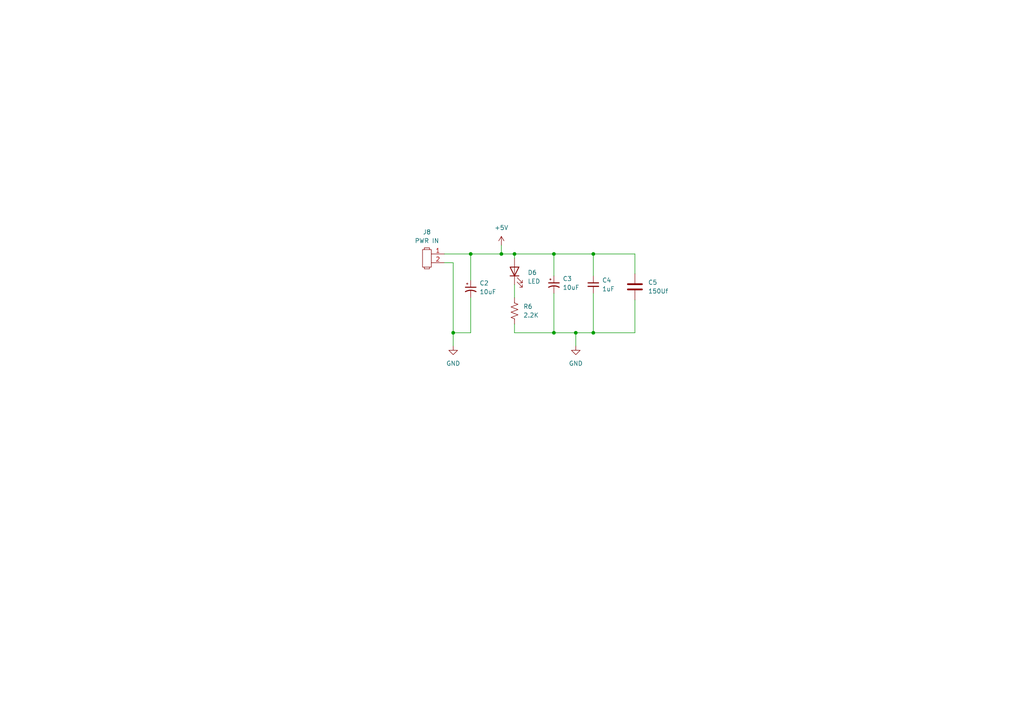
<source format=kicad_sch>
(kicad_sch (version 20211123) (generator eeschema)

  (uuid fc8f60f2-263c-4949-a618-cbd4b64c6aae)

  (paper "A4")

  (lib_symbols
    (symbol "Custom Symbols:2pinheader" (in_bom yes) (on_board yes)
      (property "Reference" "J" (id 0) (at -1.27 5.08 0)
        (effects (font (size 1.27 1.27)))
      )
      (property "Value" "2pinheader" (id 1) (at -1.27 3.81 0)
        (effects (font (size 1.27 1.27)))
      )
      (property "Footprint" "" (id 2) (at 1.27 7.62 0)
        (effects (font (size 1.27 1.27)) hide)
      )
      (property "Datasheet" "" (id 3) (at 1.27 7.62 0)
        (effects (font (size 1.27 1.27)) hide)
      )
      (symbol "2pinheader_0_1"
        (polyline
          (pts
            (xy -2.032 -2.54)
            (xy -2.032 -3.048)
            (xy -0.508 -3.048)
            (xy -0.508 -2.54)
          )
          (stroke (width 0) (type default) (color 0 0 0 0))
          (fill (type none))
        )
        (polyline
          (pts
            (xy -2.032 2.54)
            (xy -2.032 3.048)
            (xy -0.508 3.048)
            (xy -0.508 2.54)
            (xy -0.508 2.794)
          )
          (stroke (width 0) (type default) (color 0 0 0 0))
          (fill (type none))
        )
        (rectangle (start 0 2.54) (end -2.54 -2.54)
          (stroke (width 0) (type default) (color 0 0 0 0))
          (fill (type none))
        )
      )
      (symbol "2pinheader_1_1"
        (pin bidirectional line (at 3.81 1.27 180) (length 3.81)
          (name "" (effects (font (size 1.27 1.27))))
          (number "1" (effects (font (size 1.27 1.27))))
        )
        (pin bidirectional line (at 3.81 -1.27 180) (length 3.81)
          (name "" (effects (font (size 1.27 1.27))))
          (number "2" (effects (font (size 1.27 1.27))))
        )
      )
    )
    (symbol "Device:C" (pin_numbers hide) (pin_names (offset 0.254)) (in_bom yes) (on_board yes)
      (property "Reference" "C" (id 0) (at 0.635 2.54 0)
        (effects (font (size 1.27 1.27)) (justify left))
      )
      (property "Value" "C" (id 1) (at 0.635 -2.54 0)
        (effects (font (size 1.27 1.27)) (justify left))
      )
      (property "Footprint" "" (id 2) (at 0.9652 -3.81 0)
        (effects (font (size 1.27 1.27)) hide)
      )
      (property "Datasheet" "~" (id 3) (at 0 0 0)
        (effects (font (size 1.27 1.27)) hide)
      )
      (property "ki_keywords" "cap capacitor" (id 4) (at 0 0 0)
        (effects (font (size 1.27 1.27)) hide)
      )
      (property "ki_description" "Unpolarized capacitor" (id 5) (at 0 0 0)
        (effects (font (size 1.27 1.27)) hide)
      )
      (property "ki_fp_filters" "C_*" (id 6) (at 0 0 0)
        (effects (font (size 1.27 1.27)) hide)
      )
      (symbol "C_0_1"
        (polyline
          (pts
            (xy -2.032 -0.762)
            (xy 2.032 -0.762)
          )
          (stroke (width 0.508) (type default) (color 0 0 0 0))
          (fill (type none))
        )
        (polyline
          (pts
            (xy -2.032 0.762)
            (xy 2.032 0.762)
          )
          (stroke (width 0.508) (type default) (color 0 0 0 0))
          (fill (type none))
        )
      )
      (symbol "C_1_1"
        (pin passive line (at 0 3.81 270) (length 2.794)
          (name "~" (effects (font (size 1.27 1.27))))
          (number "1" (effects (font (size 1.27 1.27))))
        )
        (pin passive line (at 0 -3.81 90) (length 2.794)
          (name "~" (effects (font (size 1.27 1.27))))
          (number "2" (effects (font (size 1.27 1.27))))
        )
      )
    )
    (symbol "Device:C_Polarized_Small_US" (pin_numbers hide) (pin_names (offset 0.254) hide) (in_bom yes) (on_board yes)
      (property "Reference" "C" (id 0) (at 0.254 1.778 0)
        (effects (font (size 1.27 1.27)) (justify left))
      )
      (property "Value" "C_Polarized_Small_US" (id 1) (at 0.254 -2.032 0)
        (effects (font (size 1.27 1.27)) (justify left))
      )
      (property "Footprint" "" (id 2) (at 0 0 0)
        (effects (font (size 1.27 1.27)) hide)
      )
      (property "Datasheet" "~" (id 3) (at 0 0 0)
        (effects (font (size 1.27 1.27)) hide)
      )
      (property "ki_keywords" "cap capacitor" (id 4) (at 0 0 0)
        (effects (font (size 1.27 1.27)) hide)
      )
      (property "ki_description" "Polarized capacitor, small US symbol" (id 5) (at 0 0 0)
        (effects (font (size 1.27 1.27)) hide)
      )
      (property "ki_fp_filters" "CP_*" (id 6) (at 0 0 0)
        (effects (font (size 1.27 1.27)) hide)
      )
      (symbol "C_Polarized_Small_US_0_1"
        (polyline
          (pts
            (xy -1.524 0.508)
            (xy 1.524 0.508)
          )
          (stroke (width 0.3048) (type default) (color 0 0 0 0))
          (fill (type none))
        )
        (polyline
          (pts
            (xy -1.27 1.524)
            (xy -0.762 1.524)
          )
          (stroke (width 0) (type default) (color 0 0 0 0))
          (fill (type none))
        )
        (polyline
          (pts
            (xy -1.016 1.27)
            (xy -1.016 1.778)
          )
          (stroke (width 0) (type default) (color 0 0 0 0))
          (fill (type none))
        )
        (arc (start 1.524 -0.762) (mid 0 -0.3734) (end -1.524 -0.762)
          (stroke (width 0.3048) (type default) (color 0 0 0 0))
          (fill (type none))
        )
      )
      (symbol "C_Polarized_Small_US_1_1"
        (pin passive line (at 0 2.54 270) (length 2.032)
          (name "~" (effects (font (size 1.27 1.27))))
          (number "1" (effects (font (size 1.27 1.27))))
        )
        (pin passive line (at 0 -2.54 90) (length 2.032)
          (name "~" (effects (font (size 1.27 1.27))))
          (number "2" (effects (font (size 1.27 1.27))))
        )
      )
    )
    (symbol "Device:C_Small" (pin_numbers hide) (pin_names (offset 0.254) hide) (in_bom yes) (on_board yes)
      (property "Reference" "C" (id 0) (at 0.254 1.778 0)
        (effects (font (size 1.27 1.27)) (justify left))
      )
      (property "Value" "C_Small" (id 1) (at 0.254 -2.032 0)
        (effects (font (size 1.27 1.27)) (justify left))
      )
      (property "Footprint" "" (id 2) (at 0 0 0)
        (effects (font (size 1.27 1.27)) hide)
      )
      (property "Datasheet" "~" (id 3) (at 0 0 0)
        (effects (font (size 1.27 1.27)) hide)
      )
      (property "ki_keywords" "capacitor cap" (id 4) (at 0 0 0)
        (effects (font (size 1.27 1.27)) hide)
      )
      (property "ki_description" "Unpolarized capacitor, small symbol" (id 5) (at 0 0 0)
        (effects (font (size 1.27 1.27)) hide)
      )
      (property "ki_fp_filters" "C_*" (id 6) (at 0 0 0)
        (effects (font (size 1.27 1.27)) hide)
      )
      (symbol "C_Small_0_1"
        (polyline
          (pts
            (xy -1.524 -0.508)
            (xy 1.524 -0.508)
          )
          (stroke (width 0.3302) (type default) (color 0 0 0 0))
          (fill (type none))
        )
        (polyline
          (pts
            (xy -1.524 0.508)
            (xy 1.524 0.508)
          )
          (stroke (width 0.3048) (type default) (color 0 0 0 0))
          (fill (type none))
        )
      )
      (symbol "C_Small_1_1"
        (pin passive line (at 0 2.54 270) (length 2.032)
          (name "~" (effects (font (size 1.27 1.27))))
          (number "1" (effects (font (size 1.27 1.27))))
        )
        (pin passive line (at 0 -2.54 90) (length 2.032)
          (name "~" (effects (font (size 1.27 1.27))))
          (number "2" (effects (font (size 1.27 1.27))))
        )
      )
    )
    (symbol "Device:LED" (pin_numbers hide) (pin_names (offset 1.016) hide) (in_bom yes) (on_board yes)
      (property "Reference" "D" (id 0) (at 0 2.54 0)
        (effects (font (size 1.27 1.27)))
      )
      (property "Value" "LED" (id 1) (at 0 -2.54 0)
        (effects (font (size 1.27 1.27)))
      )
      (property "Footprint" "" (id 2) (at 0 0 0)
        (effects (font (size 1.27 1.27)) hide)
      )
      (property "Datasheet" "~" (id 3) (at 0 0 0)
        (effects (font (size 1.27 1.27)) hide)
      )
      (property "ki_keywords" "LED diode" (id 4) (at 0 0 0)
        (effects (font (size 1.27 1.27)) hide)
      )
      (property "ki_description" "Light emitting diode" (id 5) (at 0 0 0)
        (effects (font (size 1.27 1.27)) hide)
      )
      (property "ki_fp_filters" "LED* LED_SMD:* LED_THT:*" (id 6) (at 0 0 0)
        (effects (font (size 1.27 1.27)) hide)
      )
      (symbol "LED_0_1"
        (polyline
          (pts
            (xy -1.27 -1.27)
            (xy -1.27 1.27)
          )
          (stroke (width 0.254) (type default) (color 0 0 0 0))
          (fill (type none))
        )
        (polyline
          (pts
            (xy -1.27 0)
            (xy 1.27 0)
          )
          (stroke (width 0) (type default) (color 0 0 0 0))
          (fill (type none))
        )
        (polyline
          (pts
            (xy 1.27 -1.27)
            (xy 1.27 1.27)
            (xy -1.27 0)
            (xy 1.27 -1.27)
          )
          (stroke (width 0.254) (type default) (color 0 0 0 0))
          (fill (type none))
        )
        (polyline
          (pts
            (xy -3.048 -0.762)
            (xy -4.572 -2.286)
            (xy -3.81 -2.286)
            (xy -4.572 -2.286)
            (xy -4.572 -1.524)
          )
          (stroke (width 0) (type default) (color 0 0 0 0))
          (fill (type none))
        )
        (polyline
          (pts
            (xy -1.778 -0.762)
            (xy -3.302 -2.286)
            (xy -2.54 -2.286)
            (xy -3.302 -2.286)
            (xy -3.302 -1.524)
          )
          (stroke (width 0) (type default) (color 0 0 0 0))
          (fill (type none))
        )
      )
      (symbol "LED_1_1"
        (pin passive line (at -3.81 0 0) (length 2.54)
          (name "K" (effects (font (size 1.27 1.27))))
          (number "1" (effects (font (size 1.27 1.27))))
        )
        (pin passive line (at 3.81 0 180) (length 2.54)
          (name "A" (effects (font (size 1.27 1.27))))
          (number "2" (effects (font (size 1.27 1.27))))
        )
      )
    )
    (symbol "Device:R_US" (pin_numbers hide) (pin_names (offset 0)) (in_bom yes) (on_board yes)
      (property "Reference" "R" (id 0) (at 2.54 0 90)
        (effects (font (size 1.27 1.27)))
      )
      (property "Value" "R_US" (id 1) (at -2.54 0 90)
        (effects (font (size 1.27 1.27)))
      )
      (property "Footprint" "" (id 2) (at 1.016 -0.254 90)
        (effects (font (size 1.27 1.27)) hide)
      )
      (property "Datasheet" "~" (id 3) (at 0 0 0)
        (effects (font (size 1.27 1.27)) hide)
      )
      (property "ki_keywords" "R res resistor" (id 4) (at 0 0 0)
        (effects (font (size 1.27 1.27)) hide)
      )
      (property "ki_description" "Resistor, US symbol" (id 5) (at 0 0 0)
        (effects (font (size 1.27 1.27)) hide)
      )
      (property "ki_fp_filters" "R_*" (id 6) (at 0 0 0)
        (effects (font (size 1.27 1.27)) hide)
      )
      (symbol "R_US_0_1"
        (polyline
          (pts
            (xy 0 -2.286)
            (xy 0 -2.54)
          )
          (stroke (width 0) (type default) (color 0 0 0 0))
          (fill (type none))
        )
        (polyline
          (pts
            (xy 0 2.286)
            (xy 0 2.54)
          )
          (stroke (width 0) (type default) (color 0 0 0 0))
          (fill (type none))
        )
        (polyline
          (pts
            (xy 0 -0.762)
            (xy 1.016 -1.143)
            (xy 0 -1.524)
            (xy -1.016 -1.905)
            (xy 0 -2.286)
          )
          (stroke (width 0) (type default) (color 0 0 0 0))
          (fill (type none))
        )
        (polyline
          (pts
            (xy 0 0.762)
            (xy 1.016 0.381)
            (xy 0 0)
            (xy -1.016 -0.381)
            (xy 0 -0.762)
          )
          (stroke (width 0) (type default) (color 0 0 0 0))
          (fill (type none))
        )
        (polyline
          (pts
            (xy 0 2.286)
            (xy 1.016 1.905)
            (xy 0 1.524)
            (xy -1.016 1.143)
            (xy 0 0.762)
          )
          (stroke (width 0) (type default) (color 0 0 0 0))
          (fill (type none))
        )
      )
      (symbol "R_US_1_1"
        (pin passive line (at 0 3.81 270) (length 1.27)
          (name "~" (effects (font (size 1.27 1.27))))
          (number "1" (effects (font (size 1.27 1.27))))
        )
        (pin passive line (at 0 -3.81 90) (length 1.27)
          (name "~" (effects (font (size 1.27 1.27))))
          (number "2" (effects (font (size 1.27 1.27))))
        )
      )
    )
    (symbol "power:+5V" (power) (pin_names (offset 0)) (in_bom yes) (on_board yes)
      (property "Reference" "#PWR" (id 0) (at 0 -3.81 0)
        (effects (font (size 1.27 1.27)) hide)
      )
      (property "Value" "+5V" (id 1) (at 0 3.556 0)
        (effects (font (size 1.27 1.27)))
      )
      (property "Footprint" "" (id 2) (at 0 0 0)
        (effects (font (size 1.27 1.27)) hide)
      )
      (property "Datasheet" "" (id 3) (at 0 0 0)
        (effects (font (size 1.27 1.27)) hide)
      )
      (property "ki_keywords" "power-flag" (id 4) (at 0 0 0)
        (effects (font (size 1.27 1.27)) hide)
      )
      (property "ki_description" "Power symbol creates a global label with name \"+5V\"" (id 5) (at 0 0 0)
        (effects (font (size 1.27 1.27)) hide)
      )
      (symbol "+5V_0_1"
        (polyline
          (pts
            (xy -0.762 1.27)
            (xy 0 2.54)
          )
          (stroke (width 0) (type default) (color 0 0 0 0))
          (fill (type none))
        )
        (polyline
          (pts
            (xy 0 0)
            (xy 0 2.54)
          )
          (stroke (width 0) (type default) (color 0 0 0 0))
          (fill (type none))
        )
        (polyline
          (pts
            (xy 0 2.54)
            (xy 0.762 1.27)
          )
          (stroke (width 0) (type default) (color 0 0 0 0))
          (fill (type none))
        )
      )
      (symbol "+5V_1_1"
        (pin power_in line (at 0 0 90) (length 0) hide
          (name "+5V" (effects (font (size 1.27 1.27))))
          (number "1" (effects (font (size 1.27 1.27))))
        )
      )
    )
    (symbol "power:GND" (power) (pin_names (offset 0)) (in_bom yes) (on_board yes)
      (property "Reference" "#PWR" (id 0) (at 0 -6.35 0)
        (effects (font (size 1.27 1.27)) hide)
      )
      (property "Value" "GND" (id 1) (at 0 -3.81 0)
        (effects (font (size 1.27 1.27)))
      )
      (property "Footprint" "" (id 2) (at 0 0 0)
        (effects (font (size 1.27 1.27)) hide)
      )
      (property "Datasheet" "" (id 3) (at 0 0 0)
        (effects (font (size 1.27 1.27)) hide)
      )
      (property "ki_keywords" "power-flag" (id 4) (at 0 0 0)
        (effects (font (size 1.27 1.27)) hide)
      )
      (property "ki_description" "Power symbol creates a global label with name \"GND\" , ground" (id 5) (at 0 0 0)
        (effects (font (size 1.27 1.27)) hide)
      )
      (symbol "GND_0_1"
        (polyline
          (pts
            (xy 0 0)
            (xy 0 -1.27)
            (xy 1.27 -1.27)
            (xy 0 -2.54)
            (xy -1.27 -1.27)
            (xy 0 -1.27)
          )
          (stroke (width 0) (type default) (color 0 0 0 0))
          (fill (type none))
        )
      )
      (symbol "GND_1_1"
        (pin power_in line (at 0 0 270) (length 0) hide
          (name "GND" (effects (font (size 1.27 1.27))))
          (number "1" (effects (font (size 1.27 1.27))))
        )
      )
    )
  )

  (junction (at 160.655 73.66) (diameter 0) (color 0 0 0 0)
    (uuid 0cb8400f-91fc-4354-b1c5-5e1a92e7658e)
  )
  (junction (at 172.085 96.52) (diameter 0) (color 0 0 0 0)
    (uuid 119223b1-c0db-48db-be8a-1414548c93f6)
  )
  (junction (at 145.415 73.66) (diameter 0) (color 0 0 0 0)
    (uuid 2157b2d4-8706-4606-afd5-fff3fca37e65)
  )
  (junction (at 136.525 73.66) (diameter 0) (color 0 0 0 0)
    (uuid 3a2ab5c5-8e09-4721-ad19-0093a6b520a1)
  )
  (junction (at 160.655 96.52) (diameter 0) (color 0 0 0 0)
    (uuid 481ea9c9-ce3a-44a3-b0f5-20f1a87c1b95)
  )
  (junction (at 131.445 96.52) (diameter 0) (color 0 0 0 0)
    (uuid 95b36d2d-f72d-4441-9cbd-7ee80abb9173)
  )
  (junction (at 149.225 73.66) (diameter 0) (color 0 0 0 0)
    (uuid bf41b1d8-b463-4be8-84ee-36b71e28a696)
  )
  (junction (at 167.005 96.52) (diameter 0) (color 0 0 0 0)
    (uuid c0ba3a5e-0393-467c-85a0-83a3fac1f226)
  )
  (junction (at 172.085 73.66) (diameter 0) (color 0 0 0 0)
    (uuid dba63aa9-48ba-40a6-bc1d-6526f9527827)
  )

  (wire (pts (xy 184.15 86.995) (xy 184.15 96.52))
    (stroke (width 0) (type default) (color 0 0 0 0))
    (uuid 0169e3be-ab0c-49d2-b9ed-109a4a14c7af)
  )
  (wire (pts (xy 172.085 85.09) (xy 172.085 96.52))
    (stroke (width 0) (type default) (color 0 0 0 0))
    (uuid 0b633b30-89d7-4549-bba1-f799e9f1e13c)
  )
  (wire (pts (xy 149.225 73.66) (xy 160.655 73.66))
    (stroke (width 0) (type default) (color 0 0 0 0))
    (uuid 0c224219-9839-4a3e-8fab-d3a3868fb069)
  )
  (wire (pts (xy 184.15 79.375) (xy 184.15 73.66))
    (stroke (width 0) (type default) (color 0 0 0 0))
    (uuid 1abc1128-45d6-47d2-a6c4-4bed6e39f7b2)
  )
  (wire (pts (xy 167.005 96.52) (xy 160.655 96.52))
    (stroke (width 0) (type default) (color 0 0 0 0))
    (uuid 2932b2b7-a950-4bc2-9477-c86c05ef7f74)
  )
  (wire (pts (xy 160.655 96.52) (xy 149.225 96.52))
    (stroke (width 0) (type default) (color 0 0 0 0))
    (uuid 2c4856f2-54af-400a-b289-53adb9c1acd2)
  )
  (wire (pts (xy 131.445 96.52) (xy 131.445 100.33))
    (stroke (width 0) (type default) (color 0 0 0 0))
    (uuid 31b13c0c-2b79-41ca-a405-135ba168f9ea)
  )
  (wire (pts (xy 184.15 96.52) (xy 172.085 96.52))
    (stroke (width 0) (type default) (color 0 0 0 0))
    (uuid 3edfcafd-28ce-484c-86b6-1c9aa02a9586)
  )
  (wire (pts (xy 128.905 73.66) (xy 136.525 73.66))
    (stroke (width 0) (type default) (color 0 0 0 0))
    (uuid 4546ce90-9247-4148-98d7-9753ad71235d)
  )
  (wire (pts (xy 172.085 96.52) (xy 167.005 96.52))
    (stroke (width 0) (type default) (color 0 0 0 0))
    (uuid 47016d0a-2333-4244-93b9-b4cf19f81312)
  )
  (wire (pts (xy 136.525 86.36) (xy 136.525 96.52))
    (stroke (width 0) (type default) (color 0 0 0 0))
    (uuid 4733eb4a-4907-40b1-8f0f-63d68e0e29f6)
  )
  (wire (pts (xy 145.415 73.66) (xy 149.225 73.66))
    (stroke (width 0) (type default) (color 0 0 0 0))
    (uuid 49d59245-91b9-46cf-9fd4-aae99e031708)
  )
  (wire (pts (xy 149.225 82.55) (xy 149.225 86.36))
    (stroke (width 0) (type default) (color 0 0 0 0))
    (uuid 4feb111c-057f-4724-a01e-3ffa732d1e41)
  )
  (wire (pts (xy 184.15 73.66) (xy 172.085 73.66))
    (stroke (width 0) (type default) (color 0 0 0 0))
    (uuid 633a8278-3c17-426f-897a-ee15a16b5ac0)
  )
  (wire (pts (xy 145.415 71.12) (xy 145.415 73.66))
    (stroke (width 0) (type default) (color 0 0 0 0))
    (uuid 695aa197-9df9-429b-8351-0701de1a65fe)
  )
  (wire (pts (xy 149.225 73.66) (xy 149.225 74.93))
    (stroke (width 0) (type default) (color 0 0 0 0))
    (uuid 71dda624-e4e3-4cc6-a03b-b99a17be9a82)
  )
  (wire (pts (xy 172.085 73.66) (xy 172.085 80.01))
    (stroke (width 0) (type default) (color 0 0 0 0))
    (uuid 810efc19-d805-493e-aa34-9d202add4e9f)
  )
  (wire (pts (xy 131.445 96.52) (xy 131.445 76.2))
    (stroke (width 0) (type default) (color 0 0 0 0))
    (uuid 8aa5cd8d-c70f-458e-a2d1-f66900fec16f)
  )
  (wire (pts (xy 160.655 73.66) (xy 172.085 73.66))
    (stroke (width 0) (type default) (color 0 0 0 0))
    (uuid 93019553-24ba-4f87-afba-d81b55213900)
  )
  (wire (pts (xy 149.225 96.52) (xy 149.225 93.98))
    (stroke (width 0) (type default) (color 0 0 0 0))
    (uuid ac3a46e2-ec4f-49cf-b169-718854c42c74)
  )
  (wire (pts (xy 131.445 76.2) (xy 128.905 76.2))
    (stroke (width 0) (type default) (color 0 0 0 0))
    (uuid af9c9d6b-7b13-4c89-b5bc-5c8a367cbbe8)
  )
  (wire (pts (xy 136.525 96.52) (xy 131.445 96.52))
    (stroke (width 0) (type default) (color 0 0 0 0))
    (uuid ed353f39-7e96-40c9-a01e-0a8697a38c31)
  )
  (wire (pts (xy 160.655 85.09) (xy 160.655 96.52))
    (stroke (width 0) (type default) (color 0 0 0 0))
    (uuid ed741ce7-6bd2-4725-b754-7ab85d2aaafa)
  )
  (wire (pts (xy 160.655 73.66) (xy 160.655 80.01))
    (stroke (width 0) (type default) (color 0 0 0 0))
    (uuid f4db0119-e532-4dc2-8a95-cc752a8819ca)
  )
  (wire (pts (xy 167.005 96.52) (xy 167.005 100.33))
    (stroke (width 0) (type default) (color 0 0 0 0))
    (uuid fac95099-6dbc-4816-9920-1d025dadbd3f)
  )
  (wire (pts (xy 136.525 73.66) (xy 136.525 81.28))
    (stroke (width 0) (type default) (color 0 0 0 0))
    (uuid fdb558c1-628d-4aea-8bc5-17dae9b3881d)
  )
  (wire (pts (xy 136.525 73.66) (xy 145.415 73.66))
    (stroke (width 0) (type default) (color 0 0 0 0))
    (uuid ff1b2faf-1ea4-424b-90ee-50e87f8c81ff)
  )

  (symbol (lib_id "Device:C") (at 184.15 83.185 0) (unit 1)
    (in_bom yes) (on_board yes) (fields_autoplaced)
    (uuid 03d0099a-42b8-404a-813f-8b93b06d2a5c)
    (property "Reference" "C5" (id 0) (at 187.96 81.9149 0)
      (effects (font (size 1.27 1.27)) (justify left))
    )
    (property "Value" "150Uf" (id 1) (at 187.96 84.4549 0)
      (effects (font (size 1.27 1.27)) (justify left))
    )
    (property "Footprint" "" (id 2) (at 185.1152 86.995 0)
      (effects (font (size 1.27 1.27)) hide)
    )
    (property "Datasheet" "~" (id 3) (at 184.15 83.185 0)
      (effects (font (size 1.27 1.27)) hide)
    )
    (pin "1" (uuid 450dda55-62c2-48dd-b472-8e8c61e248ea))
    (pin "2" (uuid 8b20d3d0-44d8-4e66-85f9-6c172d5fee59))
  )

  (symbol (lib_id "power:GND") (at 131.445 100.33 0) (unit 1)
    (in_bom yes) (on_board yes) (fields_autoplaced)
    (uuid 36410eaa-43dc-49e0-a19c-1b03c087cd0b)
    (property "Reference" "#PWR016" (id 0) (at 131.445 106.68 0)
      (effects (font (size 1.27 1.27)) hide)
    )
    (property "Value" "GND" (id 1) (at 131.445 105.41 0))
    (property "Footprint" "" (id 2) (at 131.445 100.33 0)
      (effects (font (size 1.27 1.27)) hide)
    )
    (property "Datasheet" "" (id 3) (at 131.445 100.33 0)
      (effects (font (size 1.27 1.27)) hide)
    )
    (pin "1" (uuid efe8753f-4216-4bd6-b094-3d26bd9a8774))
  )

  (symbol (lib_id "power:+5V") (at 145.415 71.12 0) (unit 1)
    (in_bom yes) (on_board yes) (fields_autoplaced)
    (uuid 3e1c69b9-7651-4f21-863a-7e759cc60b6a)
    (property "Reference" "#PWR017" (id 0) (at 145.415 74.93 0)
      (effects (font (size 1.27 1.27)) hide)
    )
    (property "Value" "+5V" (id 1) (at 145.415 66.04 0))
    (property "Footprint" "" (id 2) (at 145.415 71.12 0)
      (effects (font (size 1.27 1.27)) hide)
    )
    (property "Datasheet" "" (id 3) (at 145.415 71.12 0)
      (effects (font (size 1.27 1.27)) hide)
    )
    (pin "1" (uuid 565ccf5a-cf41-499a-aaca-1a1e189543b4))
  )

  (symbol (lib_id "Custom Symbols:2pinheader") (at 125.095 74.93 0) (unit 1)
    (in_bom yes) (on_board yes) (fields_autoplaced)
    (uuid 57e23283-f626-4b0d-871b-f526bf246fa1)
    (property "Reference" "J8" (id 0) (at 123.825 67.31 0))
    (property "Value" "PWR IN" (id 1) (at 123.825 69.85 0))
    (property "Footprint" "footprint library:.04_.250_.02x2pinscrew" (id 2) (at 126.365 67.31 0)
      (effects (font (size 1.27 1.27)) hide)
    )
    (property "Datasheet" "" (id 3) (at 126.365 67.31 0)
      (effects (font (size 1.27 1.27)) hide)
    )
    (pin "1" (uuid a85c2fff-e17b-44b7-ae44-14dfd39ce795))
    (pin "2" (uuid c5e89c69-83e6-47c3-939b-5e254825974f))
  )

  (symbol (lib_id "Device:R_US") (at 149.225 90.17 0) (unit 1)
    (in_bom yes) (on_board yes) (fields_autoplaced)
    (uuid 6164ad77-19c4-4a32-85ef-33f7575b8c0f)
    (property "Reference" "R6" (id 0) (at 151.765 88.8999 0)
      (effects (font (size 1.27 1.27)) (justify left))
    )
    (property "Value" "2.2K" (id 1) (at 151.765 91.4399 0)
      (effects (font (size 1.27 1.27)) (justify left))
    )
    (property "Footprint" "Resistor_SMD:R_0805_2012Metric_Pad1.20x1.40mm_HandSolder" (id 2) (at 150.241 90.424 90)
      (effects (font (size 1.27 1.27)) hide)
    )
    (property "Datasheet" "~" (id 3) (at 149.225 90.17 0)
      (effects (font (size 1.27 1.27)) hide)
    )
    (pin "1" (uuid db6e1b78-cd97-448d-9e4a-6d484ba963e3))
    (pin "2" (uuid 199942e9-db7d-4813-8d65-adb3b561f799))
  )

  (symbol (lib_id "Device:LED") (at 149.225 78.74 90) (unit 1)
    (in_bom yes) (on_board yes) (fields_autoplaced)
    (uuid a23244bc-53f6-42d4-9bec-2b4f35d62696)
    (property "Reference" "D6" (id 0) (at 153.035 79.0574 90)
      (effects (font (size 1.27 1.27)) (justify right))
    )
    (property "Value" "LED" (id 1) (at 153.035 81.5974 90)
      (effects (font (size 1.27 1.27)) (justify right))
    )
    (property "Footprint" "Diode_SMD:D_0805_2012Metric_Pad1.15x1.40mm_HandSolder" (id 2) (at 149.225 78.74 0)
      (effects (font (size 1.27 1.27)) hide)
    )
    (property "Datasheet" "~" (id 3) (at 149.225 78.74 0)
      (effects (font (size 1.27 1.27)) hide)
    )
    (pin "1" (uuid 2bb7640f-051e-4952-ba19-2e39c545d7b1))
    (pin "2" (uuid 313b7185-18bb-4d3d-8c2a-0877d33ba881))
  )

  (symbol (lib_id "Device:C_Small") (at 172.085 82.55 0) (unit 1)
    (in_bom yes) (on_board yes) (fields_autoplaced)
    (uuid b1142866-a25c-45c8-961d-5afd443845e1)
    (property "Reference" "C4" (id 0) (at 174.625 81.2862 0)
      (effects (font (size 1.27 1.27)) (justify left))
    )
    (property "Value" "1uF" (id 1) (at 174.625 83.8262 0)
      (effects (font (size 1.27 1.27)) (justify left))
    )
    (property "Footprint" "Capacitor_SMD:C_0805_2012Metric_Pad1.18x1.45mm_HandSolder" (id 2) (at 172.085 82.55 0)
      (effects (font (size 1.27 1.27)) hide)
    )
    (property "Datasheet" "~" (id 3) (at 172.085 82.55 0)
      (effects (font (size 1.27 1.27)) hide)
    )
    (pin "1" (uuid f0024e71-1de4-4756-96bf-c8b4b303b1b7))
    (pin "2" (uuid 25e109a1-e115-450d-ae23-5a36e60f7cd1))
  )

  (symbol (lib_id "Device:C_Polarized_Small_US") (at 136.525 83.82 0) (unit 1)
    (in_bom yes) (on_board yes) (fields_autoplaced)
    (uuid cd4b11ad-c15f-4f6f-94dd-ae13a97d6dfb)
    (property "Reference" "C2" (id 0) (at 139.065 82.1181 0)
      (effects (font (size 1.27 1.27)) (justify left))
    )
    (property "Value" "10uF" (id 1) (at 139.065 84.6581 0)
      (effects (font (size 1.27 1.27)) (justify left))
    )
    (property "Footprint" "Capacitor_SMD:C_0805_2012Metric_Pad1.18x1.45mm_HandSolder" (id 2) (at 136.525 83.82 0)
      (effects (font (size 1.27 1.27)) hide)
    )
    (property "Datasheet" "~" (id 3) (at 136.525 83.82 0)
      (effects (font (size 1.27 1.27)) hide)
    )
    (pin "1" (uuid 81ec058f-7e44-4ca0-a065-c52e126f1677))
    (pin "2" (uuid 893b6f07-000b-4e3c-977a-5be0d0e1c0aa))
  )

  (symbol (lib_id "Device:C_Polarized_Small_US") (at 160.655 82.55 0) (unit 1)
    (in_bom yes) (on_board yes) (fields_autoplaced)
    (uuid e05f1394-c9aa-4dd1-87f9-4b85db926ab9)
    (property "Reference" "C3" (id 0) (at 163.195 80.8481 0)
      (effects (font (size 1.27 1.27)) (justify left))
    )
    (property "Value" "10uF" (id 1) (at 163.195 83.3881 0)
      (effects (font (size 1.27 1.27)) (justify left))
    )
    (property "Footprint" "Capacitor_SMD:C_0805_2012Metric_Pad1.18x1.45mm_HandSolder" (id 2) (at 160.655 82.55 0)
      (effects (font (size 1.27 1.27)) hide)
    )
    (property "Datasheet" "~" (id 3) (at 160.655 82.55 0)
      (effects (font (size 1.27 1.27)) hide)
    )
    (pin "1" (uuid b8e1a10b-90a8-4532-a6fe-28e468a1e3e8))
    (pin "2" (uuid a324380b-7224-4512-bd69-9c932bf6652a))
  )

  (symbol (lib_id "power:GND") (at 167.005 100.33 0) (unit 1)
    (in_bom yes) (on_board yes) (fields_autoplaced)
    (uuid f35b8077-b858-4674-bce0-7707da0dc4e5)
    (property "Reference" "#PWR018" (id 0) (at 167.005 106.68 0)
      (effects (font (size 1.27 1.27)) hide)
    )
    (property "Value" "GND" (id 1) (at 167.005 105.41 0))
    (property "Footprint" "" (id 2) (at 167.005 100.33 0)
      (effects (font (size 1.27 1.27)) hide)
    )
    (property "Datasheet" "" (id 3) (at 167.005 100.33 0)
      (effects (font (size 1.27 1.27)) hide)
    )
    (pin "1" (uuid dd28f7b9-94eb-4505-9c15-6846bc40b142))
  )
)

</source>
